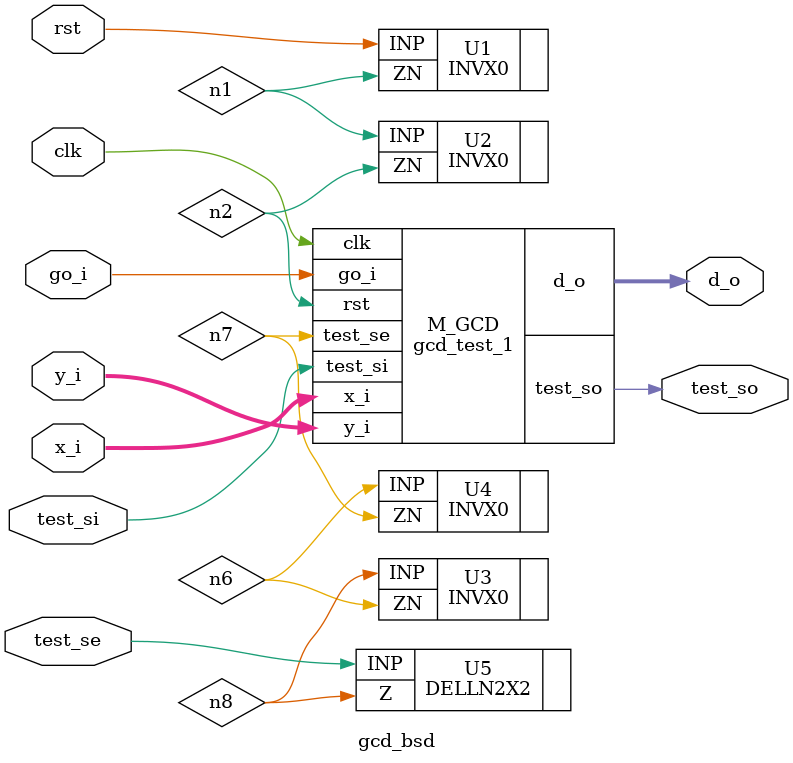
<source format=v>


module mux_1 ( rst, sLine, load, result, output0 );
  input [3:0] load;
  input [3:0] result;
  output [3:0] output0;
  input rst, sLine;
  wire   n1, n2, n3;

  AO22X1 U5 ( .IN1(result[3]), .IN2(n2), .IN3(load[3]), .IN4(n3), .Q(
        output0[3]) );
  AO22X1 U6 ( .IN1(result[2]), .IN2(n2), .IN3(load[2]), .IN4(n3), .Q(
        output0[2]) );
  AO22X1 U7 ( .IN1(result[1]), .IN2(n2), .IN3(load[1]), .IN4(n3), .Q(
        output0[1]) );
  AO22X1 U8 ( .IN1(result[0]), .IN2(n2), .IN3(load[0]), .IN4(n3), .Q(
        output0[0]) );
  NOR2X0 U2 ( .IN1(n1), .IN2(rst), .QN(n2) );
  INVX0 U3 ( .INP(sLine), .ZN(n1) );
  NOR2X0 U4 ( .IN1(rst), .IN2(sLine), .QN(n3) );
endmodule


module mux_0 ( rst, sLine, load, result, output0 );
  input [3:0] load;
  input [3:0] result;
  output [3:0] output0;
  input rst, sLine;
  wire   n1, n2, n3;

  AO22X1 U5 ( .IN1(result[3]), .IN2(n2), .IN3(load[3]), .IN4(n3), .Q(
        output0[3]) );
  AO22X1 U6 ( .IN1(result[2]), .IN2(n2), .IN3(load[2]), .IN4(n3), .Q(
        output0[2]) );
  AO22X1 U7 ( .IN1(result[1]), .IN2(n2), .IN3(load[1]), .IN4(n3), .Q(
        output0[1]) );
  AO22X1 U8 ( .IN1(result[0]), .IN2(n2), .IN3(load[0]), .IN4(n3), .Q(
        output0[0]) );
  NOR2X0 U2 ( .IN1(n1), .IN2(rst), .QN(n2) );
  INVX0 U3 ( .INP(sLine), .ZN(n1) );
  NOR2X0 U4 ( .IN1(rst), .IN2(sLine), .QN(n3) );
endmodule


module comparator ( rst, x, y, output0 );
  input [3:0] x;
  input [3:0] y;
  output [1:0] output0;
  input rst;
  wire   n1, n2, n3, n4, n5, n6, n7, n8, n9, n10, n11, n12, n13, n14, n15, n16,
         n17;

  OA21X1 U13 ( .IN1(y[3]), .IN2(n1), .IN3(n7), .Q(n6) );
  AO222X1 U14 ( .IN1(y[2]), .IN2(n2), .IN3(n8), .IN4(n9), .IN5(y[3]), .IN6(n1), 
        .Q(n7) );
  NAND3X0 U15 ( .IN1(n12), .IN2(n4), .IN3(y[0]), .QN(n10) );
  OR2X1 U16 ( .IN1(n3), .IN2(y[1]), .Q(n12) );
  AOI22X1 U17 ( .IN1(n14), .IN2(y[3]), .IN3(n1), .IN4(n15), .QN(n13) );
  OR2X1 U18 ( .IN1(n1), .IN2(n15), .Q(n14) );
  AO21X1 U19 ( .IN1(y[2]), .IN2(n2), .IN3(n16), .Q(n15) );
  OA221X1 U20 ( .IN1(y[1]), .IN2(n3), .IN3(n4), .IN4(n17), .IN5(n9), .Q(n16)
         );
  OR2X1 U21 ( .IN1(n2), .IN2(y[2]), .Q(n9) );
  NOR2X0 U3 ( .IN1(rst), .IN2(n6), .QN(output0[1]) );
  NAND2X1 U4 ( .IN1(n10), .IN2(n11), .QN(n8) );
  NOR2X0 U5 ( .IN1(rst), .IN2(n13), .QN(output0[0]) );
  INVX0 U6 ( .INP(x[1]), .ZN(n3) );
  NAND2X1 U7 ( .IN1(y[1]), .IN2(n3), .QN(n11) );
  NAND2X1 U8 ( .IN1(n11), .IN2(n5), .QN(n17) );
  INVX0 U9 ( .INP(y[0]), .ZN(n5) );
  INVX0 U10 ( .INP(x[3]), .ZN(n1) );
  INVX0 U11 ( .INP(x[2]), .ZN(n2) );
  INVX0 U12 ( .INP(x[0]), .ZN(n4) );
endmodule


module subtractor ( rst, cmd, x, y, xout, yout );
  input [1:0] cmd;
  input [3:0] x;
  input [3:0] y;
  output [3:0] xout;
  output [3:0] yout;
  input rst;
  wire   n1, n2, n3, n4, n5, n6, n7, n8, n9, n10, n11, n12, n13, n14, n15, n16,
         n17, n18, n19, n20, n21, n22, n23, n24, n25, n26, n27, n28, n29, n30,
         n31, n32, n33, n34, n35, n36, n37, n38, n39, n40, n41, n42, n43;

  XOR2X1 U34 ( .IN1(n15), .IN2(y[3]), .Q(n13) );
  XOR2X1 U35 ( .IN1(x[3]), .IN2(n17), .Q(n16) );
  OA22X1 U36 ( .IN1(n18), .IN2(n10), .IN3(x[2]), .IN4(n4), .Q(n17) );
  XOR2X1 U37 ( .IN1(n10), .IN2(n21), .Q(n20) );
  XOR2X1 U38 ( .IN1(n19), .IN2(x[2]), .Q(n22) );
  AO22X1 U39 ( .IN1(n23), .IN2(n6), .IN3(y[1]), .IN4(n24), .Q(n19) );
  XOR2X1 U40 ( .IN1(n26), .IN2(y[1]), .Q(n25) );
  XOR2X1 U41 ( .IN1(x[1]), .IN2(n7), .Q(n27) );
  OA221X1 U42 ( .IN1(n12), .IN2(n1), .IN3(cmd[1]), .IN4(n23), .IN5(n29), .Q(
        n28) );
  XOR2X1 U43 ( .IN1(n31), .IN2(x[3]), .Q(n30) );
  XOR2X1 U44 ( .IN1(y[3]), .IN2(n33), .Q(n32) );
  OA22X1 U45 ( .IN1(y[2]), .IN2(n34), .IN3(n5), .IN4(n3), .Q(n33) );
  XOR2X1 U46 ( .IN1(n3), .IN2(n37), .Q(n36) );
  XOR2X1 U47 ( .IN1(n35), .IN2(y[2]), .Q(n38) );
  AO22X1 U48 ( .IN1(x[1]), .IN2(n29), .IN3(n39), .IN4(n11), .Q(n35) );
  XOR2X1 U49 ( .IN1(n41), .IN2(x[1]), .Q(n40) );
  XOR2X1 U50 ( .IN1(y[1]), .IN2(n8), .Q(n42) );
  AO21X1 U51 ( .IN1(n2), .IN2(n1), .IN3(rst), .Q(n14) );
  OA221X1 U52 ( .IN1(n9), .IN2(n2), .IN3(cmd[0]), .IN4(n29), .IN5(n23), .Q(n43) );
  INVX0 U2 ( .INP(cmd[1]), .ZN(n1) );
  INVX0 U3 ( .INP(cmd[0]), .ZN(n2) );
  NOR2X0 U4 ( .IN1(n43), .IN2(n14), .QN(xout[0]) );
  INVX0 U5 ( .INP(n23), .ZN(n7) );
  INVX0 U6 ( .INP(n29), .ZN(n8) );
  NOR2X0 U7 ( .IN1(n19), .IN2(n3), .QN(n18) );
  NOR2X0 U8 ( .IN1(n36), .IN2(n14), .QN(xout[2]) );
  NOR2X0 U9 ( .IN1(cmd[0]), .IN2(n38), .QN(n37) );
  NOR2X0 U10 ( .IN1(n40), .IN2(n14), .QN(xout[1]) );
  NAND2X1 U11 ( .IN1(n42), .IN2(n2), .QN(n41) );
  NOR2X0 U12 ( .IN1(n30), .IN2(n14), .QN(xout[3]) );
  NAND2X1 U13 ( .IN1(n32), .IN2(n2), .QN(n31) );
  NOR2X0 U14 ( .IN1(cmd[1]), .IN2(n22), .QN(n21) );
  NAND2X1 U15 ( .IN1(n27), .IN2(n1), .QN(n26) );
  NAND2X1 U16 ( .IN1(n16), .IN2(n1), .QN(n15) );
  INVX0 U17 ( .INP(n19), .ZN(n4) );
  NOR2X0 U18 ( .IN1(n25), .IN2(n14), .QN(yout[1]) );
  NOR2X0 U19 ( .IN1(n20), .IN2(n14), .QN(yout[2]) );
  NOR2X0 U20 ( .IN1(n28), .IN2(n14), .QN(yout[0]) );
  NOR2X0 U21 ( .IN1(n13), .IN2(n14), .QN(yout[3]) );
  INVX0 U22 ( .INP(y[1]), .ZN(n11) );
  NAND2X1 U23 ( .IN1(n8), .IN2(n6), .QN(n39) );
  NAND2X1 U24 ( .IN1(x[1]), .IN2(n7), .QN(n24) );
  INVX0 U25 ( .INP(x[2]), .ZN(n3) );
  INVX0 U26 ( .INP(x[1]), .ZN(n6) );
  INVX0 U27 ( .INP(y[0]), .ZN(n12) );
  INVX0 U28 ( .INP(x[0]), .ZN(n9) );
  NAND2X1 U29 ( .IN1(x[0]), .IN2(n12), .QN(n23) );
  NAND2X1 U30 ( .IN1(y[0]), .IN2(n9), .QN(n29) );
  INVX0 U31 ( .INP(y[2]), .ZN(n10) );
  INVX0 U32 ( .INP(n35), .ZN(n5) );
  NOR2X0 U33 ( .IN1(x[2]), .IN2(n35), .QN(n34) );
endmodule


module fsm_test_1 ( rst, clk, proceed, comparison, enable, xsel, ysel, xld, 
        yld, test_si, test_so, test_se );
  input [1:0] comparison;
  input rst, clk, proceed, test_si, test_se;
  output enable, xsel, ysel, xld, yld, test_so;
  wire   n3, n5, n6, n4, n7, n9, n10, n11, n12, n13, n14, n15, n16, n17, n19,
         n20;
  wire   [2:0] nState;

  OAI21X1 U18 ( .IN1(n4), .IN2(n5), .IN3(n12), .QN(yld) );
  NAND3X0 U19 ( .IN1(test_so), .IN2(n4), .IN3(n5), .QN(n12) );
  NAND3X0 U20 ( .IN1(n16), .IN2(n7), .IN3(n3), .QN(n15) );
  NAND3X0 U21 ( .IN1(n10), .IN2(n4), .IN3(n17), .QN(n16) );
  AO21X1 U22 ( .IN1(n3), .IN2(n6), .IN3(n7), .Q(n14) );
  AO21X1 U24 ( .IN1(n6), .IN2(n7), .IN3(xsel), .Q(xld) );
  SDFFARX1 cState_reg_2_ ( .D(nState[2]), .SI(n5), .SE(test_se), .CLK(clk), 
        .RSTB(n9), .Q(test_so), .QN(n3) );
  SDFFARX1 cState_reg_0_ ( .D(nState[0]), .SI(test_si), .SE(test_se), .CLK(clk), .RSTB(n9), .Q(n4), .QN(n6) );
  SDFFARX1 cState_reg_1_ ( .D(nState[1]), .SI(n6), .SE(test_se), .CLK(clk), 
        .RSTB(n9), .Q(n7), .QN(n5) );
  INVX0 U6 ( .INP(n13), .ZN(n10) );
  INVX0 U7 ( .INP(n11), .ZN(enable) );
  NOR2X0 U8 ( .IN1(comparison[1]), .IN2(comparison[0]), .QN(n13) );
  NAND2X1 U9 ( .IN1(comparison[1]), .IN2(comparison[0]), .QN(n17) );
  NAND2X1 U10 ( .IN1(n11), .IN2(n12), .QN(ysel) );
  NAND2X1 U11 ( .IN1(xsel), .IN2(n7), .QN(n11) );
  OR4X1 U12 ( .IN1(test_so), .IN2(n19), .IN3(n20), .IN4(xld), .Q(nState[0]) );
  AND2X1 U13 ( .IN1(proceed), .IN2(n6), .Q(n19) );
  NOR2X0 U14 ( .IN1(comparison[1]), .IN2(n5), .QN(n20) );
  NAND2X1 U15 ( .IN1(n14), .IN2(n15), .QN(nState[1]) );
  NOR4X0 U16 ( .IN1(n6), .IN2(n5), .IN3(n13), .IN4(test_so), .QN(nState[2]) );
  NOR2X0 U17 ( .IN1(n4), .IN2(n3), .QN(xsel) );
  INVX0 U23 ( .INP(rst), .ZN(n9) );
endmodule


module regis_test_0 ( rst, clk, load, input0, output0, test_si, test_so, 
        test_se );
  input [3:0] input0;
  output [3:0] output0;
  input rst, clk, load, test_si, test_se;
  output test_so;
  wire   n2, n3, n4, n6, n1, n5, n7, n8, n9;

  AO22X1 U4 ( .IN1(output0[3]), .IN2(n5), .IN3(load), .IN4(input0[3]), .Q(n6)
         );
  AO22X1 U5 ( .IN1(output0[2]), .IN2(n5), .IN3(input0[2]), .IN4(load), .Q(n4)
         );
  AO22X1 U6 ( .IN1(output0[1]), .IN2(n5), .IN3(input0[1]), .IN4(load), .Q(n3)
         );
  AO22X1 U7 ( .IN1(output0[0]), .IN2(n5), .IN3(input0[0]), .IN4(load), .Q(n2)
         );
  SDFFARX1 output_reg_3_ ( .D(n6), .SI(n7), .SE(test_se), .CLK(clk), .RSTB(n1), 
        .Q(output0[3]), .QN(test_so) );
  SDFFARX1 output_reg_2_ ( .D(n4), .SI(n8), .SE(test_se), .CLK(clk), .RSTB(n1), 
        .Q(output0[2]), .QN(n7) );
  SDFFARX1 output_reg_1_ ( .D(n3), .SI(n9), .SE(test_se), .CLK(clk), .RSTB(n1), 
        .Q(output0[1]), .QN(n8) );
  SDFFARX1 output_reg_0_ ( .D(n2), .SI(test_si), .SE(test_se), .CLK(clk), 
        .RSTB(n1), .Q(output0[0]), .QN(n9) );
  INVX0 U2 ( .INP(load), .ZN(n5) );
  INVX0 U3 ( .INP(rst), .ZN(n1) );
endmodule


module regis_test_1 ( rst, clk, load, input0, output0, test_si, test_so, 
        test_se );
  input [3:0] input0;
  output [3:0] output0;
  input rst, clk, load, test_si, test_se;
  output test_so;
  wire   n7, n9, n10, n11, n1, n2, n3, n4, n5;

  AO22X1 U4 ( .IN1(output0[2]), .IN2(n2), .IN3(load), .IN4(input0[2]), .Q(n9)
         );
  AO22X1 U5 ( .IN1(output0[3]), .IN2(n2), .IN3(input0[3]), .IN4(load), .Q(n7)
         );
  AO22X1 U6 ( .IN1(output0[0]), .IN2(n2), .IN3(input0[0]), .IN4(load), .Q(n11)
         );
  AO22X1 U7 ( .IN1(output0[1]), .IN2(n2), .IN3(input0[1]), .IN4(load), .Q(n10)
         );
  SDFFARX1 output_reg_3_ ( .D(n7), .SI(n3), .SE(test_se), .CLK(clk), .RSTB(n1), 
        .Q(output0[3]), .QN(test_so) );
  SDFFARX1 output_reg_2_ ( .D(n9), .SI(n4), .SE(test_se), .CLK(clk), .RSTB(n1), 
        .Q(output0[2]), .QN(n3) );
  SDFFARX1 output_reg_1_ ( .D(n10), .SI(n5), .SE(test_se), .CLK(clk), .RSTB(n1), .Q(output0[1]), .QN(n4) );
  SDFFARX1 output_reg_0_ ( .D(n11), .SI(test_si), .SE(test_se), .CLK(clk), 
        .RSTB(n1), .Q(output0[0]), .QN(n5) );
  INVX0 U2 ( .INP(load), .ZN(n2) );
  INVX0 U3 ( .INP(rst), .ZN(n1) );
endmodule


module regis_test_2 ( rst, clk, load, input0, output0, test_si, test_so, 
        test_se );
  input [3:0] input0;
  output [3:0] output0;
  input rst, clk, load, test_si, test_se;
  output test_so;
  wire   n7, n9, n10, n11, n21, n22, n1, n2, n3;

  AO22X1 U4 ( .IN1(output0[2]), .IN2(n21), .IN3(load), .IN4(input0[2]), .Q(n9)
         );
  AO22X1 U5 ( .IN1(output0[3]), .IN2(n21), .IN3(input0[3]), .IN4(load), .Q(n7)
         );
  AO22X1 U6 ( .IN1(output0[0]), .IN2(n21), .IN3(input0[0]), .IN4(load), .Q(n11) );
  AO22X1 U7 ( .IN1(output0[1]), .IN2(n21), .IN3(input0[1]), .IN4(load), .Q(n10) );
  SDFFARX1 output_reg_3_ ( .D(n7), .SI(n1), .SE(test_se), .CLK(clk), .RSTB(n22), .Q(output0[3]), .QN(test_so) );
  SDFFARX1 output_reg_2_ ( .D(n9), .SI(n2), .SE(test_se), .CLK(clk), .RSTB(n22), .Q(output0[2]), .QN(n1) );
  SDFFARX1 output_reg_1_ ( .D(n10), .SI(n3), .SE(test_se), .CLK(clk), .RSTB(
        n22), .Q(output0[1]), .QN(n2) );
  SDFFARX1 output_reg_0_ ( .D(n11), .SI(test_si), .SE(test_se), .CLK(clk), 
        .RSTB(n22), .Q(output0[0]), .QN(n3) );
  INVX0 U2 ( .INP(load), .ZN(n21) );
  INVX0 U3 ( .INP(rst), .ZN(n22) );
endmodule


module gcd_test_1 ( rst, clk, go_i, x_i, y_i, d_o, test_si, test_so, test_se
 );
  input [3:0] x_i;
  input [3:0] y_i;
  output [3:0] d_o;
  input rst, clk, go_i, test_si, test_se;
  output test_so;
  wire   enable, xsel, ysel, xld, yld, n3, n4, n5;
  wire   [1:0] comparison;
  wire   [3:0] xsub;
  wire   [3:0] xmux;
  wire   [3:0] ysub;
  wire   [3:0] ymux;
  wire   [3:0] xreg;
  wire   [3:0] yreg;

  fsm_test_1 TOFSM ( .rst(rst), .clk(clk), .proceed(go_i), .comparison(
        comparison), .enable(enable), .xsel(xsel), .ysel(ysel), .xld(xld), 
        .yld(yld), .test_si(n5), .test_so(n4), .test_se(test_se) );
  mux_1 X_MUX ( .rst(rst), .sLine(xsel), .load(x_i), .result(xsub), .output0(
        xmux) );
  mux_0 Y_MUX ( .rst(rst), .sLine(ysel), .load(y_i), .result(ysub), .output0(
        ymux) );
  regis_test_0 X_REG ( .rst(rst), .clk(clk), .load(xld), .input0(xmux), 
        .output0(xreg), .test_si(n4), .test_so(n3), .test_se(test_se) );
  regis_test_1 Y_REG ( .rst(rst), .clk(clk), .load(yld), .input0(ymux), 
        .output0(yreg), .test_si(n3), .test_so(test_so), .test_se(test_se) );
  comparator U_COMP ( .rst(rst), .x(xreg), .y(yreg), .output0(comparison) );
  subtractor X_SUB ( .rst(rst), .cmd(comparison), .x(xreg), .y(yreg), .xout(
        xsub), .yout(ysub) );
  regis_test_2 OUT_REG ( .rst(rst), .clk(clk), .load(enable), .input0(xsub), 
        .output0(d_o), .test_si(test_si), .test_so(n5), .test_se(test_se) );
endmodule


module gcd_bsd ( rst, clk, go_i, x_i, y_i, d_o, test_si, test_so, test_se );
  input [3:0] x_i;
  input [3:0] y_i;
  output [3:0] d_o;
  input rst, clk, go_i, test_si, test_se;
  output test_so;
  wire   n1, n2, n6, n7, n8;

  gcd_test_1 M_GCD ( .rst(n2), .clk(clk), .go_i(go_i), .x_i(x_i), .y_i(y_i), 
        .d_o(d_o), .test_si(test_si), .test_so(test_so), .test_se(n7) );
  INVX0 U1 ( .INP(rst), .ZN(n1) );
  INVX0 U2 ( .INP(n1), .ZN(n2) );
  INVX0 U3 ( .INP(n8), .ZN(n6) );
  INVX0 U4 ( .INP(n6), .ZN(n7) );
  DELLN2X2 U5 ( .INP(test_se), .Z(n8) );
endmodule


</source>
